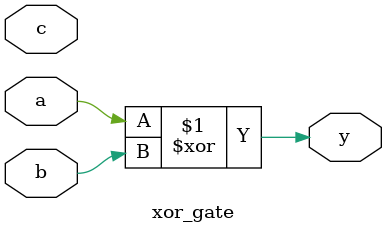
<source format=v>
module Verilog_Ld_Lab(input a, b, carry_in, output sum, carry_out);
		  xor_gate xor_inst (.a(a), .b(b), .c(carry_in), .y(xor_out));
        assign sum = xor_out;

endmodule	

module half_adder(input a, b, output sum, carry);
    wire and_out, xor_out;

    and_gate and_inst (.a(a), .b(b), .y(and_out));
    xor_gate xor_inst (.a(a), .b(b), .y(xor_out));

    assign sum = xor_out;
    assign carry = and_out;
endmodule

module and_gate (
    input a,
    input b,
    output y
);

    assign y = a & b;
endmodule

module nand_gate (
    input a,
    input b,
    output y
);

    assign y = ~(a & b);
endmodule

module or_gate (
    input a,
    input b,
    output y
);

    assign y = a | b;
endmodule

module nor_gate (
    input a,
    input b,
    output y
);

    assign y = ~(a | b);
endmodule

module not_gate (
    input a,
    output y
);

    assign y = ~a;
endmodule

module xor_gate (
    input a,
    input b,
	 input c,
    output y
);

    assign y = a ^ b;
endmodule

</source>
